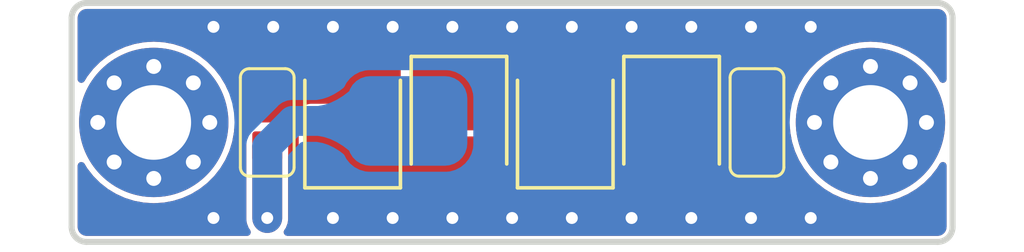
<source format=kicad_pcb>
(kicad_pcb (version 20221018) (generator pcbnew)
  (layers (0 "F.Cu" signal) (31 "B.Cu" signal) (34 "B.Paste" user) (35 "F.Paste" user) (36 "B.SilkS" user "B.Silkscreen") (37 "F.SilkS" user "F.Silkscreen") (38 "B.Mask" user) (39 "F.Mask" user) (44 "Edge.Cuts" user))
  (net 0 "")
  (net 1 "Net-(D1-A)")
  (net 2 "Net-(D1-K)")
  (net 3 "Net-(D2-K)")
  (net 4 "Net-(D3-K)")
  (net 5 "Net-(D4-K)")
  (net 6 "+24V")
  (net 7 "GND")
  (footprint "MountingHole:MountingHole_2.5mm_Pad_Via" (layer "F.Cu") (at 140.5 58)
    (fp_text reference "H1" hide)
    (fp_text value "MountingHole")
    (pad "1" thru_hole circle (at -1.875 0) (size 0.8 0.8) (drill 0.5) (layers "*.Cu" "*.Mask"))
    (pad "1" thru_hole circle (at -1.325825 -1.325825) (size 0.8 0.8) (drill 0.5) (layers "*.Cu" "*.Mask"))
    (pad "1" thru_hole circle (at -1.325825 1.325825) (size 0.8 0.8) (drill 0.5) (layers "*.Cu" "*.Mask"))
    (pad "1" thru_hole circle (at 0 -1.875) (size 0.8 0.8) (drill 0.5) (layers "*.Cu" "*.Mask"))
    (pad "1" thru_hole circle (at 0 0) (size 5 5) (drill 2.5) (layers "*.Cu" "*.Mask"))
    (pad "1" thru_hole circle (at 0 1.875) (size 0.8 0.8) (drill 0.5) (layers "*.Cu" "*.Mask"))
    (pad "1" thru_hole circle (at 1.325825 -1.325825) (size 0.8 0.8) (drill 0.5) (layers "*.Cu" "*.Mask"))
    (pad "1" thru_hole circle (at 1.325825 1.325825) (size 0.8 0.8) (drill 0.5) (layers "*.Cu" "*.Mask"))
    (pad "1" thru_hole circle (at 1.875 0) (size 0.8 0.8) (drill 0.5) (layers "*.Cu" "*.Mask"))
  )
  (footprint "2024l1:res0603" (layer "F.Cu") (at 120.3 58 90)
    (fp_text reference "R1" hide)
    (fp_text value "560")
    (fp_line (start -1.8 0.6) (end -1.8 -0.6) (stroke (width 0.1)) (layer "F.SilkS"))
    (fp_line (start -1.5 -0.9) (end 1.5 -0.9) (stroke (width 0.1)) (layer "F.SilkS"))
    (fp_line (start -1.5 0.9) (end 1.5 0.9) (stroke (width 0.1)) (layer "F.SilkS"))
    (fp_line (start 1.8 -0.6) (end 1.8 0.6) (stroke (width 0.1)) (layer "F.SilkS"))
    (fp_arc (start -1.8 -0.6) (mid -1.712132 -0.812132) (end -1.5 -0.9) (stroke (width 0.1)) (layer "F.SilkS"))
    (fp_arc (start -1.5 0.9) (mid -1.712132 0.812132) (end -1.8 0.6) (stroke (width 0.1)) (layer "F.SilkS"))
    (fp_arc (start 1.5 -0.9) (mid 1.712132 -0.812132) (end 1.8 -0.6) (stroke (width 0.1)) (layer "F.SilkS"))
    (fp_arc (start 1.8 0.6) (mid 1.712132 0.812132) (end 1.5 0.9) (stroke (width 0.1)) (layer "F.SilkS"))
    (pad "1" smd roundrect (at -0.8 0 90) (size 1 1) (layers "F.Cu" "F.Paste" "F.Mask") (roundrect_rratio 0.1) (net 6 "+24V"))
    (pad "2" smd roundrect (at 0.8 0 90) (size 1 1) (layers "F.Cu" "F.Paste" "F.Mask") (roundrect_rratio 0.1) (net 1 "Net-(D1-A)"))
  )
  (footprint "MountingHole:MountingHole_2.5mm_Pad_Via" (layer "F.Cu") (at 116.5 58)
    (fp_text reference "H2" hide)
    (fp_text value "MountingHole")
    (pad "1" thru_hole circle (at -1.875 0) (size 0.8 0.8) (drill 0.5) (layers "*.Cu" "*.Mask"))
    (pad "1" thru_hole circle (at -1.325825 -1.325825) (size 0.8 0.8) (drill 0.5) (layers "*.Cu" "*.Mask"))
    (pad "1" thru_hole circle (at -1.325825 1.325825) (size 0.8 0.8) (drill 0.5) (layers "*.Cu" "*.Mask"))
    (pad "1" thru_hole circle (at 0 -1.875) (size 0.8 0.8) (drill 0.5) (layers "*.Cu" "*.Mask"))
    (pad "1" thru_hole circle (at 0 0) (size 5 5) (drill 2.5) (layers "*.Cu" "*.Mask"))
    (pad "1" thru_hole circle (at 0 1.875) (size 0.8 0.8) (drill 0.5) (layers "*.Cu" "*.Mask"))
    (pad "1" thru_hole circle (at 1.325825 -1.325825) (size 0.8 0.8) (drill 0.5) (layers "*.Cu" "*.Mask"))
    (pad "1" thru_hole circle (at 1.325825 1.325825) (size 0.8 0.8) (drill 0.5) (layers "*.Cu" "*.Mask"))
    (pad "1" thru_hole circle (at 1.875 0) (size 0.8 0.8) (drill 0.5) (layers "*.Cu" "*.Mask"))
  )
  (footprint "2024l1:res0603" (layer "F.Cu") (at 136.7 58 90)
    (fp_text reference "R2" hide)
    (fp_text value "560")
    (fp_line (start -1.8 0.6) (end -1.8 -0.6) (stroke (width 0.1)) (layer "F.SilkS"))
    (fp_line (start -1.5 -0.9) (end 1.5 -0.9) (stroke (width 0.1)) (layer "F.SilkS"))
    (fp_line (start -1.5 0.9) (end 1.5 0.9) (stroke (width 0.1)) (layer "F.SilkS"))
    (fp_line (start 1.8 -0.6) (end 1.8 0.6) (stroke (width 0.1)) (layer "F.SilkS"))
    (fp_arc (start -1.8 -0.6) (mid -1.712132 -0.812132) (end -1.5 -0.9) (stroke (width 0.1)) (layer "F.SilkS"))
    (fp_arc (start -1.5 0.9) (mid -1.712132 0.812132) (end -1.8 0.6) (stroke (width 0.1)) (layer "F.SilkS"))
    (fp_arc (start 1.5 -0.9) (mid 1.712132 -0.812132) (end 1.8 -0.6) (stroke (width 0.1)) (layer "F.SilkS"))
    (fp_arc (start 1.8 0.6) (mid 1.712132 0.812132) (end 1.5 0.9) (stroke (width 0.1)) (layer "F.SilkS"))
    (pad "1" smd roundrect (at -0.8 0 90) (size 1 1) (layers "F.Cu" "F.Paste" "F.Mask") (roundrect_rratio 0.1) (net 7 "GND"))
    (pad "2" smd roundrect (at 0.8 0 90) (size 1 1) (layers "F.Cu" "F.Paste" "F.Mask") (roundrect_rratio 0.1) (net 5 "Net-(D4-K)"))
  )
  (footprint "2024l1:led2835" (layer "F.Cu") (at 123.16 57.99 90)
    (fp_text reference "D1" hide)
    (fp_text value "LED")
    (fp_line (start -2.2 -1.6) (end -2.2 1.6) (stroke (width 0.12)) (layer "F.SilkS"))
    (fp_line (start 1.4 -1.6) (end -2.2 -1.6) (stroke (width 0.12)) (layer "F.SilkS"))
    (fp_line (start 1.4 1.6) (end -2.2 1.6) (stroke (width 0.12)) (layer "F.SilkS"))
    (pad "1" smd rect (at -0.9 0 90) (size 2.2 2.2) (layers "F.Cu" "F.Paste" "F.Mask") (net 2 "Net-(D1-K)"))
    (pad "2" smd rect (at 1.375 0 90) (size 1.25 2.2) (layers "F.Cu" "F.Paste" "F.Mask") (net 1 "Net-(D1-A)"))
  )
  (footprint "2024l1:led2835" (layer "F.Cu") (at 133.84 57.99 -90)
    (fp_text reference "D4" hide)
    (fp_text value "LED")
    (fp_line (start -2.2 -1.6) (end -2.2 1.6) (stroke (width 0.12)) (layer "F.SilkS"))
    (fp_line (start 1.4 -1.6) (end -2.2 -1.6) (stroke (width 0.12)) (layer "F.SilkS"))
    (fp_line (start 1.4 1.6) (end -2.2 1.6) (stroke (width 0.12)) (layer "F.SilkS"))
    (pad "1" smd rect (at -0.9 0 270) (size 2.2 2.2) (layers "F.Cu" "F.Paste" "F.Mask") (net 5 "Net-(D4-K)"))
    (pad "2" smd rect (at 1.375 0 270) (size 1.25 2.2) (layers "F.Cu" "F.Paste" "F.Mask") (net 4 "Net-(D3-K)"))
  )
  (footprint "2024l1:led2835" (layer "F.Cu") (at 126.72 57.99 -90)
    (fp_text reference "D2" hide)
    (fp_text value "LED")
    (fp_line (start -2.2 -1.6) (end -2.2 1.6) (stroke (width 0.12)) (layer "F.SilkS"))
    (fp_line (start 1.4 -1.6) (end -2.2 -1.6) (stroke (width 0.12)) (layer "F.SilkS"))
    (fp_line (start 1.4 1.6) (end -2.2 1.6) (stroke (width 0.12)) (layer "F.SilkS"))
    (pad "1" smd rect (at -0.9 0 270) (size 2.2 2.2) (layers "F.Cu" "F.Paste" "F.Mask") (net 3 "Net-(D2-K)"))
    (pad "2" smd rect (at 1.375 0 270) (size 1.25 2.2) (layers "F.Cu" "F.Paste" "F.Mask") (net 2 "Net-(D1-K)"))
  )
  (footprint "2024l1:led2835" (layer "F.Cu") (at 130.28 57.99 90)
    (fp_text reference "D3" hide)
    (fp_text value "LED")
    (fp_line (start -2.2 -1.6) (end -2.2 1.6) (stroke (width 0.12)) (layer "F.SilkS"))
    (fp_line (start 1.4 -1.6) (end -2.2 -1.6) (stroke (width 0.12)) (layer "F.SilkS"))
    (fp_line (start 1.4 1.6) (end -2.2 1.6) (stroke (width 0.12)) (layer "F.SilkS"))
    (pad "1" smd rect (at -0.9 0 90) (size 2.2 2.2) (layers "F.Cu" "F.Paste" "F.Mask") (net 4 "Net-(D3-K)"))
    (pad "2" smd rect (at 1.375 0 90) (size 1.25 2.2) (layers "F.Cu" "F.Paste" "F.Mask") (net 3 "Net-(D2-K)"))
  )
  (footprint "MyKickadLayoutLib:SolderPad" (layer "B.Cu") (at 125 57.95)
    (fp_text reference "J1" hide)
    (fp_text value "Conn_01x01_Male")
    (pad "1" smd roundrect (at 0 0) (size 4 3) (layers "B.Cu" "B.Paste" "B.Mask") (net 6 "+24V"))
  )
  (footprint "MyKickadLayoutLib:SolderPad" (layer "B.Cu") (at 132.25 57.95)
    (fp_text reference "J2" hide)
    (fp_text value "Conn_01x01_Male")
    (pad "1" smd roundrect (at 0 0) (size 4 3) (layers "B.Cu" "B.Paste" "B.Mask") (net 7 "GND"))
  )
  (gr_line (start 114.249999 62) (end 142.750001 62) (stroke (width 0.2)) (layer "Edge.Cuts"))
  (gr_arc (start 114.249999 62) (mid 113.896446 61.853553) (end 113.75 61.5) (stroke (width 0.2)) (layer "Edge.Cuts"))
  (gr_arc (start 113.75 54.5) (mid 113.896446 54.146447) (end 114.249999 54) (stroke (width 0.2)) (layer "Edge.Cuts"))
  (gr_arc (start 142.750001 54) (mid 143.103554 54.146447) (end 143.25 54.5) (stroke (width 0.2)) (layer "Edge.Cuts"))
  (gr_arc (start 143.25 61.5) (mid 143.103554 61.853553) (end 142.750001 62) (stroke (width 0.2)) (layer "Edge.Cuts"))
  (gr_line (start 143.25 61.5) (end 143.25 54.5) (stroke (width 0.2)) (layer "Edge.Cuts"))
  (gr_line (start 113.75 54.5) (end 113.75 61.5) (stroke (width 0.2)) (layer "Edge.Cuts"))
  (gr_line (start 142.750001 54) (end 114.249999 54) (stroke (width 0.2)) (layer "Edge.Cuts"))
  (segment (start 120.3 61.2) (end 120.3 58.8) (width 1) (layer "F.Cu") (net 6))
  (via (at 120.3 61.2) (size 0.8) (drill 0.4) (layers "F.Cu" "B.Cu") (net 6))
  (segment (start 120.3 58.8) (end 120.3 61.2) (width 1) (layer "B.Cu") (net 6))
  (segment (start 125 57.95) (end 121.15 57.95) (width 1) (layer "B.Cu") (net 6))
  (segment (start 121.15 57.95) (end 120.3 58.8) (width 1) (layer "B.Cu") (net 6))
  (via (at 126.5 54.8) (size 0.8) (drill 0.4) (layers "F.Cu" "B.Cu") (net 7))
  (via (at 136.5 61.2) (size 0.8) (drill 0.4) (layers "F.Cu" "B.Cu") (net 7))
  (via (at 136.5 54.8) (size 0.8) (drill 0.4) (layers "F.Cu" "B.Cu") (net 7))
  (via (at 138.5 61.2) (size 0.8) (drill 0.4) (layers "F.Cu" "B.Cu") (net 7))
  (via (at 128.5 54.8) (size 0.8) (drill 0.4) (layers "F.Cu" "B.Cu") (net 7))
  (via (at 122.5 54.8) (size 0.8) (drill 0.4) (layers "F.Cu" "B.Cu") (net 7))
  (via (at 134.5 54.8) (size 0.8) (drill 0.4) (layers "F.Cu" "B.Cu") (net 7))
  (via (at 128.5 61.2) (size 0.8) (drill 0.4) (layers "F.Cu" "B.Cu") (net 7))
  (via (at 122.5 61.2) (size 0.8) (drill 0.4) (layers "F.Cu" "B.Cu") (net 7))
  (via (at 118.5 54.8) (size 0.8) (drill 0.4) (layers "F.Cu" "B.Cu") (net 7))
  (via (at 138.5 54.8) (size 0.8) (drill 0.4) (layers "F.Cu" "B.Cu") (net 7))
  (via (at 132.5 54.8) (size 0.8) (drill 0.4) (layers "F.Cu" "B.Cu") (net 7))
  (via (at 124.5 54.8) (size 0.8) (drill 0.4) (layers "F.Cu" "B.Cu") (net 7))
  (via (at 130.5 54.8) (size 0.8) (drill 0.4) (layers "F.Cu" "B.Cu") (net 7))
  (via (at 120.5 54.8) (size 0.8) (drill 0.4) (layers "F.Cu" "B.Cu") (net 7))
  (via (at 126.5 61.2) (size 0.8) (drill 0.4) (layers "F.Cu" "B.Cu") (net 7))
  (via (at 134.5 61.2) (size 0.8) (drill 0.4) (layers "F.Cu" "B.Cu") (net 7))
  (via (at 130.5 61.2) (size 0.8) (drill 0.4) (layers "F.Cu" "B.Cu") (net 7))
  (via (at 118.5 61.2) (size 0.8) (drill 0.4) (layers "F.Cu" "B.Cu") (net 7))
  (via (at 132.5 61.2) (size 0.8) (drill 0.4) (layers "F.Cu" "B.Cu") (net 7))
  (via (at 124.5 61.2) (size 0.8) (drill 0.4) (layers "F.Cu" "B.Cu") (net 7))
  (zone (net 5) (net_name "Net-(D4-K)") (layer "F.Cu") (priority 1) (connect_pads yes (clearance 0.1)) (min_thickness 0.25) (fill yes (thermal_gap 0.5) (thermal_bridge_width 0.5) (smoothing fillet) (radius 0.2))
    (polygon (pts (xy 135.45 58.46) (xy 135.45 57.99) (xy 137.6 58) (xy 137.6 55.79) (xy 132.23 55.79) (xy 132.23 58.47)))
  )
  (zone (net 3) (net_name "Net-(D2-K)") (layer "F.Cu") (priority 2) (connect_pads yes (clearance 0.1)) (min_thickness 0.25) (fill yes (thermal_gap 0.5) (thermal_bridge_width 0.5) (smoothing fillet) (radius 0.2))
    (polygon (pts (xy 125.12 55.8) (xy 131.93 55.79) (xy 131.93 57.52) (xy 128.5 57.52) (xy 128.5 58.41) (xy 125.12 58.41)))
  )
  (zone (net 4) (net_name "Net-(D3-K)") (layer "F.Cu") (priority 2) (connect_pads yes (clearance 0.1)) (min_thickness 0.25) (fill yes (thermal_gap 0.5) (thermal_bridge_width 0.5) (smoothing fillet) (radius 0.2))
    (polygon (pts (xy 128.67 60.19) (xy 135.48 60.2) (xy 135.48 58.47) (xy 132.05 58.47) (xy 132.05 57.58) (xy 128.67 57.58)))
  )
  (zone (net 2) (net_name "Net-(D1-K)") (layer "F.Cu") (priority 2) (connect_pads yes (clearance 0.1)) (min_thickness 0.25) (fill yes (thermal_gap 0.5) (thermal_bridge_width 0.5) (smoothing fillet) (radius 0.2))
    (polygon (pts (xy 121.56 60.19) (xy 128.37 60.2) (xy 128.37 58.47) (xy 124.94 58.47) (xy 124.94 57.58) (xy 121.56 57.58)))
  )
  (zone (net 1) (net_name "Net-(D1-A)") (layer "F.Cu") (priority 1) (connect_pads yes (clearance 0.1)) (min_thickness 0.25) (fill yes (thermal_gap 0.5) (thermal_bridge_width 0.5) (smoothing fillet) (radius 0.2))
    (polygon (pts (xy 121.56 58) (xy 121.56 57.53) (xy 124.77 57.53) (xy 124.77 55.74) (xy 119.4 55.74) (xy 119.4 58)))
  )
  (zone (net 7) (net_name "GND") (layers "F&B.Cu") (connect_pads yes (clearance 0.1)) (min_thickness 0.25) (fill yes (thermal_gap 0.5) (thermal_bridge_width 0.5) (smoothing fillet) (radius 0.2))
    (polygon (pts (xy 113.75 54) (xy 113.75 62) (xy 143.25 62) (xy 143.25 54)))
  )
)
</source>
